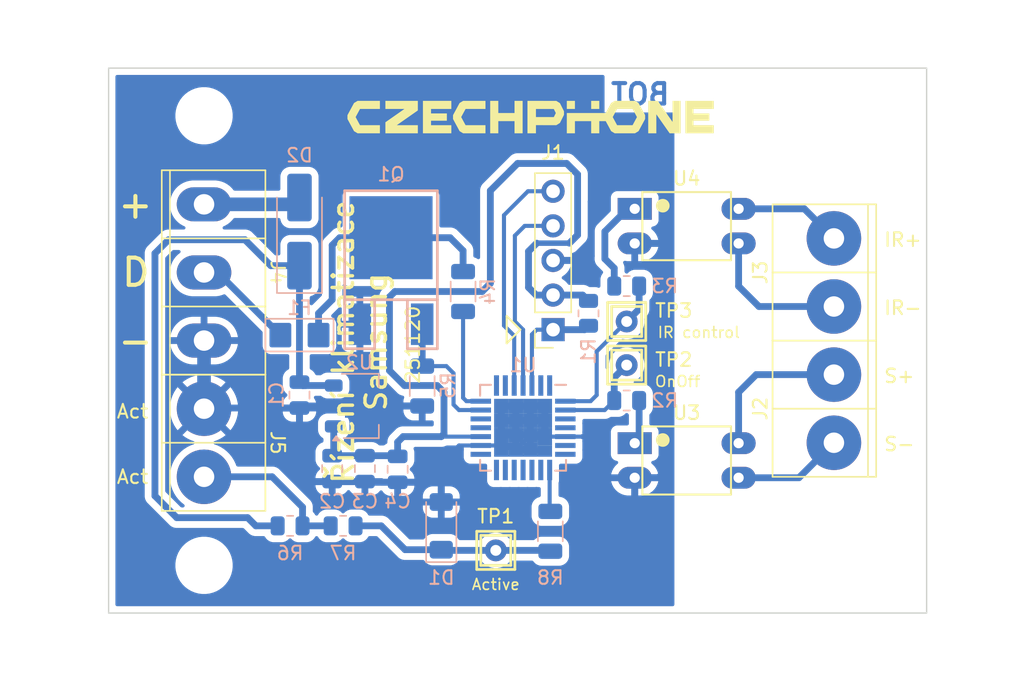
<source format=kicad_pcb>
(kicad_pcb (version 20241229) (generator "pcbnew") (generator_version "9.0")
  (layers (0 "F.Cu" signal) (2 "B.Cu" signal) (13 "F.Paste" user) (15 "B.Paste" user) (5 "F.SilkS" user "F.Silkscreen") (7 "B.SilkS" user "B.Silkscreen") (1 "F.Mask" user) (3 "B.Mask" user) (25 "Edge.Cuts" user))
  (net 0 "")
  (net 1 "+15V")
  (net 2 "GND")
  (net 3 "VCC")
  (net 4 "Active")
  (net 5 "Net-(D2-A)")
  (net 6 "iDum")
  (net 7 "Net-(F1-Pad2)")
  (net 8 "/PGC")
  (net 9 "/PGD")
  (net 10 "/VPP")
  (net 11 "Net-(J2-Pin_2)")
  (net 12 "Net-(J2-Pin_1)")
  (net 13 "Net-(J3-Pin_1)")
  (net 14 "Net-(J3-Pin_2)")
  (net 15 "iDumTx")
  (net 16 "Net-(R2-Pad2)")
  (net 17 "OnOff")
  (net 18 "Net-(R3-Pad2)")
  (net 19 "IR Control")
  (net 20 "iDumRx")
  (net 37 "Net-(TP1-&1)")
  (net 38 "Net-(J5-Pin_2)")
  (footprint "" (layer "F.Cu") (at 106 74.5)
    (property "Reference" "" (at 0 0 0) (layer "F.SilkS") (effects (font (size 1.27 1.27))))
    (property "Value" "")
    (pad "" np_thru_hole circle (at 0 0) (size 3.2 3.2) (drill 3.2) (layers "*.Cu" "*.Mask"))
  )
  (footprint "TerminalBlock_Degson:DG301-5.0-3" (layer "F.Cu") (at 106 48 -90)
    (property "Reference" "J4" (at 5 -5.4 270) (layer "F.SilkS"))
    (property "Value" "ARK500/3")
    (fp_line (start -2.5 3.1) (end 12.5 3.1) (stroke (width 0.12)) (layer "F.SilkS"))
    (fp_line (start 7.5 3.1) (end 7.5 -4.5) (stroke (width 0.12)) (layer "F.SilkS"))
    (fp_line (start 12.5 3.1) (end 12.5 -4.5) (stroke (width 0.12)) (layer "F.SilkS"))
    (fp_line (start -2.5 2.5) (end 12.5 2.5) (stroke (width 0.12)) (layer "F.SilkS"))
    (fp_line (start -2.5 -4.5) (end -2.5 3.1) (stroke (width 0.12)) (layer "F.SilkS"))
    (fp_line (start 2.5 -4.5) (end 2.5 3.1) (stroke (width 0.12)) (layer "F.SilkS"))
    (fp_line (start 12.5 -4.5) (end -2.5 -4.5) (stroke (width 0.12)) (layer "F.SilkS"))
    (pad "1" thru_hole oval (at 0 0 270) (size 2.5 4) (drill 1.5) (layers "*.Cu" "*.Mask") (net 5 "Net-(D2-A)"))
    (pad "2" thru_hole oval (at 5 0 270) (size 2.5 4) (drill 1.5) (layers "*.Cu" "*.Mask") (net 6 "iDum"))
    (pad "3" thru_hole oval (at 10 0 270) (size 2.5 4) (drill 1.5) (layers "*.Cu" "*.Mask") (net 2 "GND"))
  )
  (footprint "M-Diry:Dira3,2mmNTPH" (layer "F.Cu") (at 152 74.5)
    (property "Reference" "Dira3mmNTPH" (hide yes))
    (property "Value" "Val**" (hide yes))
    (pad "" np_thru_hole circle (at 0 0) (size 3.2 3.2) (drill 3.2) (layers "*.Cu" "*.Mask"))
  )
  (footprint "M-Mechan:TP2" (layer "F.Cu") (at 137 56.6)
    (property "Reference" "TP3" (at 2 -0.8 0) (layer "F.SilkS") (effects (justify left)))
    (property "Value" "IR control" (at 2.2 0.8 0) (layer "F.SilkS") (effects (font (size 0.8 0.8) (thickness 0.12)) (justify left)))
    (fp_line (start -1.39954 -1.39954) (end -1.39954 1.39954) (stroke (width 0.20066)) (layer "F.SilkS"))
    (fp_line (start -1.39954 1.39954) (end 1.39954 1.39954) (stroke (width 0.20066)) (layer "F.SilkS"))
    (fp_line (start -1.09982 -1.09982) (end -1.09982 1.09982) (stroke (width 0.20066)) (layer "F.SilkS"))
    (fp_line (start -1.09982 1.09982) (end 1.09982 1.09982) (stroke (width 0.20066)) (layer "F.SilkS"))
    (fp_line (start 1.09982 -1.09982) (end -1.09982 -1.09982) (stroke (width 0.20066)) (layer "F.SilkS"))
    (fp_line (start 1.09982 1.09982) (end 1.09982 -1.09982) (stroke (width 0.20066)) (layer "F.SilkS"))
    (fp_line (start 1.39954 -1.39954) (end -1.39954 -1.39954) (stroke (width 0.20066)) (layer "F.SilkS"))
    (fp_line (start 1.39954 1.39954) (end 1.39954 -1.39954) (stroke (width 0.20066)) (layer "F.SilkS"))
    (pad "1" thru_hole circle (at 0 0) (size 1.6 1.6) (drill 0.8) (layers "*.Cu" "*.Mask") (net 19 "IR Control"))
  )
  (footprint "M-Diry:Dira3,2mmNTPH" (layer "F.Cu") (at 152 41.5)
    (property "Reference" "Dira3mmNTPH" (hide yes))
    (property "Value" "Val**" (hide yes))
    (pad "" np_thru_hole circle (at 0 0) (size 3.2 3.2) (drill 3.2) (layers "*.Cu" "*.Mask"))
  )
  (footprint "TerminalBlock_Degson:DG301-5.0-2-LargePads" (layer "F.Cu") (at 152.2 65.5 90)
    (property "Reference" "J2" (at 2.5 -5.4 90) (layer "F.SilkS"))
    (property "Value" "ARK500/2")
    (fp_line (start 7.5 -4.5) (end -2.5 -4.5) (stroke (width 0.12)) (layer "F.SilkS"))
    (fp_line (start 2.5 -4.5) (end 2.5 3.1) (stroke (width 0.12)) (layer "F.SilkS"))
    (fp_line (start -2.5 -4.5) (end -2.5 3.1) (stroke (width 0.12)) (layer "F.SilkS"))
    (fp_line (start -2.5 2.5) (end 7.5 2.5) (stroke (width 0.12)) (layer "F.SilkS"))
    (fp_line (start 7.5 3.1) (end 7.5 -4.5) (stroke (width 0.12)) (layer "F.SilkS"))
    (fp_line (start -2.5 3.1) (end 7.5 3.1) (stroke (width 0.12)) (layer "F.SilkS"))
    (pad "1" thru_hole circle (at 0 0 90) (size 4 4) (drill 1.5) (layers "*.Cu" "*.Mask") (net 12 "Net-(J2-Pin_1)"))
    (pad "2" thru_hole oval (at 5 0 90) (size 4 4) (drill 1.5) (layers "*.Cu" "*.Mask") (net 11 "Net-(J2-Pin_2)"))
  )
  (footprint "M-Diry:Dira3,2mmNTPH" (layer "F.Cu") (at 106 41.5)
    (property "Reference" "Dira3mmNTPH" (hide yes))
    (property "Value" "Val**" (hide yes))
    (pad "" np_thru_hole circle (at 0 0) (size 3.2 3.2) (drill 3.2) (layers "*.Cu" "*.Mask"))
  )
  (footprint "M-Logo:CzechPhoneNove 2.4mm" (layer "F.Cu") (at 129.4 41.5)
    (property "Reference" "REF**" (hide yes))
    (property "Value" "CzechPhoneNove" (hide yes))
    (fp_poly (pts (xy 3.804288 -0.500001) (xy 3.208976 -0.500001) (xy 3.208976 -1.095285) (xy 3.804288 -1.095285)) (stroke (width -0.000001)) (fill yes) (layer "F.SilkS"))
    (fp_poly (pts (xy 5.590294 -0.500001) (xy 4.994956 -0.500001) (xy 4.994956 -1.095313) (xy 5.590294 -1.095313)) (stroke (width -0.000001)) (fill yes) (layer "F.SilkS"))
    (fp_poly (pts (xy -7.717042 -0.392256) (xy -9.26336 0.690625) (xy -7.717042 0.690625) (xy -7.717042 1.285937) (xy -10.098277 1.285937) (xy -10.098277 0.475728) (xy -8.704645 -0.500001) (xy -10.098277 -0.500001) (xy -10.098277 -1.095285) (xy -7.717042 -1.095285)) (stroke (width -0.000001)) (fill yes) (layer "F.SilkS"))
    (fp_poly (pts (xy 10.965093 0.451316) (xy 10.965093 -1.095285) (xy 11.560377 -1.095285) (xy 11.560377 1.285937) (xy 10.750199 1.285937) (xy 9.774496 -0.107371) (xy 9.774496 1.285937) (xy 9.179157 1.285937) (xy 9.179157 -1.095285) (xy 9.882212 -1.095285)) (stroke (width -0.000001)) (fill yes) (layer "F.SilkS"))
    (fp_poly (pts (xy -5.261341 -0.5) (xy -6.749629 -0.5) (xy -6.749629 -0.17256) (xy -5.588782 -0.17256) (xy -5.588782 0.363198) (xy -6.749629 0.363198) (xy -6.749629 0.690624) (xy -5.261341 0.690624) (xy -5.261341 1.285909) (xy -7.344941 1.285909) (xy -7.344941 -1.095313) (xy -5.261341 -1.095313)) (stroke (width -0.000001)) (fill yes) (layer "F.SilkS"))
    (fp_poly (pts (xy -1.816583 -0.202337) (xy -0.625958 -0.202337) (xy -0.625958 -1.095285) (xy -0.030673 -1.095285) (xy -0.030673 1.285937) (xy -0.625958 1.285937) (xy -0.625958 0.392975) (xy -1.816583 0.392975) (xy -1.816583 1.285937) (xy -2.411895 1.285937) (xy -2.411895 -1.095285) (xy -1.816583 -1.095285)) (stroke (width -0.000001)) (fill yes) (layer "F.SilkS"))
    (fp_poly (pts (xy 13.989095 -0.5) (xy 12.500849 -0.5) (xy 12.500849 -0.17256) (xy 13.661669 -0.17256) (xy 13.661669 0.363226) (xy 12.500849 0.363226) (xy 12.500849 0.690624) (xy 13.989095 0.690624) (xy 13.989095 1.285937) (xy 11.905497 1.285937) (xy 11.905497 -1.095285) (xy 13.989095 -1.095285)) (stroke (width -0.000001)) (fill yes) (layer "F.SilkS"))
    (fp_poly (pts (xy -10.5 -0.5) (xy -11.959443 -0.5) (xy -12.281165 0.095312) (xy -11.959443 0.690624) (xy -10.5 0.690624) (xy -10.5 1.285937) (xy -12.137106 1.285937) (xy -12.399062 1.129664) (xy -12.88125 0.236703) (xy -12.88125 -0.046065) (xy -12.399062 -0.93904) (xy -12.137106 -1.095285) (xy -10.5 -1.095285)) (stroke (width -0.000001)) (fill yes) (layer "F.SilkS"))
    (fp_poly (pts (xy -2.756928 -0.5) (xy -4.216315 -0.5) (xy -4.537769 0.095312) (xy -4.216315 0.690624) (xy -2.756928 0.690624) (xy -2.756928 1.285937) (xy -4.394007 1.285937) (xy -4.655665 1.129664) (xy -5.13815 0.236703) (xy -5.13815 -0.046065) (xy -4.655665 -0.93904) (xy -4.394007 -1.095285) (xy -2.756928 -1.095285)) (stroke (width -0.000001)) (fill yes) (layer "F.SilkS"))
    (fp_poly (pts (xy 0.944691 -1.095002) (xy 2.439516 -1.091727) (xy 2.70503 -0.927138) (xy 3.001775 -0.333576) (xy 3.001775 -0.067498) (xy 2.70503 0.526036) (xy 2.438331 0.690625) (xy 0.944691 0.687363) (xy 0.944691 1.285937) (xy 0.32289 1.285937) (xy 0.32289 0.092361) (xy 0.944408 0.092361) (xy 2.254963 0.09503) (xy 2.402593 -0.20053) (xy 2.25468 -0.496725) (xy 0.944408 -0.499408) (xy 0.944408 0.092361) (xy 0.32289 0.092361) (xy 0.32289 -1.095285)) (stroke (width -0.000001)) (fill yes) (layer "F.SilkS"))
    (fp_poly (pts (xy 8.470917 -0.93904) (xy 8.470918 -0.93904) (xy 8.470919 -0.93904) (xy 8.471511 -0.93904) (xy 8.953728 -0.046065) (xy 8.953728 0.236703) (xy 8.471511 1.129664) (xy 8.209612 1.285937) (xy 6.721337 1.285937) (xy 6.459368 1.129664) (xy 6.061416 0.392975) (xy 5.590226 0.392975) (xy 5.590226 1.285937) (xy 4.994913 1.285937) (xy 4.994913 0.392975) (xy 3.804288 0.392975) (xy 3.804288 1.285937) (xy 3.208976 1.285937) (xy 3.208976 0.095312) (xy 6.576954 0.095312) (xy 6.898408 0.690624) (xy 8.031609 0.690624) (xy 8.353063 0.095312) (xy 8.031609 -0.5) (xy 6.898408 -0.5) (xy 6.576954 0.095312) (xy 3.208976 0.095312) (xy 3.208976 -0.202337) (xy 6.061133 -0.202337) (xy 6.459101 -0.93904) (xy 6.721027 -1.095285) (xy 8.209273 -1.095285)) (stroke (width -0.000001)) (fill yes) (layer "F.SilkS"))
  )
  (footprint "M-Mechan:TP2" (layer "F.Cu") (at 127.4 73.4)
    (property "Reference" "TP1" (at 0 -2.5 0) (layer "F.SilkS"))
    (property "Value" "Active" (at 0 2.5 0) (layer "F.SilkS") (effects (font (size 0.8 0.8) (thickness 0.12))))
    (fp_line (start -1.39954 -1.39954) (end -1.39954 1.39954) (stroke (width 0.20066)) (layer "F.SilkS"))
    (fp_line (start -1.39954 1.39954) (end 1.39954 1.39954) (stroke (width 0.20066)) (layer "F.SilkS"))
    (fp_line (start -1.09982 -1.09982) (end -1.09982 1.09982) (stroke (width 0.20066)) (layer "F.SilkS"))
    (fp_line (start -1.09982 1.09982) (end 1.09982 1.09982) (stroke (width 0.20066)) (layer "F.SilkS"))
    (fp_line (start 1.09982 -1.09982) (end -1.09982 -1.09982) (stroke (width 0.20066)) (layer "F.SilkS"))
    (fp_line (start 1.09982 1.09982) (end 1.09982 -1.09982) (stroke (width 0.20066)) (layer "F.SilkS"))
    (fp_line (start 1.39954 -1.39954) (end -1.39954 -1.39954) (stroke (width 0.20066)) (layer "F.SilkS"))
    (fp_line (start 1.39954 1.39954) (end 1.39954 -1.39954) (stroke (width 0.20066)) (layer "F.SilkS"))
    (pad "1" thru_hole circle (at 0 0) (size 1.6 1.6) (drill 0.8) (layers "*.Cu" "*.Mask") (net 37 "Net-(TP1-&1)"))
  )
  (footprint "M-Mechan:TP2" (layer "F.Cu") (at 137 59.8)
    (property "Reference" "TP2" (at 2 -0.4 0) (layer "F.SilkS") (effects (justify left)))
    (property "Value" "OnOff" (at 2 1.2 0) (layer "F.SilkS") (effects (font (size 0.8 0.8) (thickness 0.12)) (justify left)))
    (fp_line (start -1.39954 -1.39954) (end -1.39954 1.39954) (stroke (width 0.20066)) (layer "F.SilkS"))
    (fp_line (start -1.39954 1.39954) (end 1.39954 1.39954) (stroke (width 0.20066)) (layer "F.SilkS"))
    (fp_line (start -1.09982 -1.09982) (end -1.09982 1.09982) (stroke (width 0.20066)) (layer "F.SilkS"))
    (fp_line (start -1.09982 1.09982) (end 1.09982 1.09982) (stroke (width 0.20066)) (layer "F.SilkS"))
    (fp_line (start 1.09982 -1.09982) (end -1.09982 -1.09982) (stroke (width 0.20066)) (layer "F.SilkS"))
    (fp_line (start 1.09982 1.09982) (end 1.09982 -1.09982) (stroke (width 0.20066)) (layer "F.SilkS"))
    (fp_line (start 1.39954 -1.39954) (end -1.39954 -1.39954) (stroke (width 0.20066)) (layer "F.SilkS"))
    (fp_line (start 1.39954 1.39954) (end 1.39954 -1.39954) (stroke (width 0.20066)) (layer "F.SilkS"))
    (pad "1" thru_hole circle (at 0 0) (size 1.6 1.6) (drill 0.8) (layers "*.Cu" "*.Mask") (net 17 "OnOff"))
  )
  (footprint "Connector_PinSocket_2.54mm:PinSocket_1x05_P2.54mm_Vertical" (layer "F.Cu") (at 131.6 57.2 180)
    (property "Reference" "J1" (at 0 13 0) (layer "F.SilkS"))
    (property "Value" "Dutinková lišta")
    (fp_line (start 1.33 1.27) (end 1.33 11.49) (stroke (width 0.12)) (layer "F.SilkS"))
    (fp_line (start 1.33 -1.33) (end 1.33 0) (stroke (width 0.12)) (layer "F.SilkS"))
    (fp_line (start 0 -1.33) (end 1.33 -1.33) (stroke (width 0.12)) (layer "F.SilkS"))
    (fp_line (start -1.33 11.49) (end 1.33 11.49) (stroke (width 0.12)) (layer "F.SilkS"))
    (fp_line (start -1.33 1.27) (end 1.33 1.27) (stroke (width 0.12)) (layer "F.SilkS"))
    (fp_line (start -1.33 1.27) (end -1.33 11.49) (stroke (width 0.12)) (layer "F.SilkS"))
    (pad "1" thru_hole rect (at 0 0 180) (size 1.7 1.7) (drill 1) (layers "*.Cu" "*.Mask") (net 10 "/VPP"))
    (pad "2" thru_hole oval (at 0 2.54 180) (size 1.7 1.7) (drill 1) (layers "*.Cu" "*.Mask") (net 3 "VCC"))
    (pad "3" thru_hole oval (at 0 5.08 180) (size 1.7 1.7) (drill 1) (layers "*.Cu" "*.Mask") (net 2 "GND"))
    (pad "4" thru_hole oval (at 0 7.62 180) (size 1.7 1.7) (drill 1) (layers "*.Cu" "*.Mask") (net 9 "/PGD"))
    (pad "5" thru_hole oval (at 0 10.16 180) (size 1.7 1.7) (drill 1) (layers "*.Cu" "*.Mask") (net 8 "/PGC"))
  )
  (footprint "M-Opto:PC817" (layer "F.Cu") (at 141.4 66.8 -90)
    (property "Reference" "U3" (at -3.5 0 0) (layer "F.SilkS"))
    (property "Value" "PC817")
    (fp_line (start -2.5 3.25) (end 2.5 3.25) (stroke (width 0.15)) (layer "F.SilkS"))
    (fp_line (start 2.5 3.25) (end 2.5 -3.25) (stroke (width 0.15)) (layer "F.SilkS"))
    (fp_line (start -2.5 -3.25) (end -2.5 3.25) (stroke (width 0.15)) (layer "F.SilkS"))
    (fp_line (start 2.5 -3.25) (end -2.5 -3.25) (stroke (width 0.15)) (layer "F.SilkS"))
    (fp_circle (center -1.5 1.75) (end -1.25 1.75) (stroke (width 0.5)) (fill no) (layer "F.SilkS"))
    (pad "1" thru_hole rect (at -1.27 3.81 270) (size 1.6 2.5) (drill 0.75) (layers "*.Cu" "*.Mask") (net 16 "Net-(R2-Pad2)"))
    (pad "2" thru_hole oval (at 1.27 3.81 270) (size 1.6 2.5) (drill 0.75) (layers "*.Cu" "*.Mask") (net 2 "GND"))
    (pad "3" thru_hole oval (at 1.27 -3.81 270) (size 1.6 2.5) (drill 0.75) (layers "*.Cu" "*.Mask") (net 12 "Net-(J2-Pin_1)"))
    (pad "4" thru_hole oval (at -1.27 -3.81 270) (size 1.6 2.5) (drill 0.75) (layers "*.Cu" "*.Mask") (net 11 "Net-(J2-Pin_2)"))
  )
  (footprint "TerminalBlock_Degson:DG301-5.0-2-LargePads" (layer "F.Cu") (at 152.2 55.5 90)
    (property "Reference" "J3" (at 2.5 -5.4 90) (layer "F.SilkS"))
    (property "Value" "ARK500/2")
    (fp_line (start 7.5 -4.5) (end -2.5 -4.5) (stroke (width 0.12)) (layer "F.SilkS"))
    (fp_line (start 2.5 -4.5) (end 2.5 3.1) (stroke (width 0.12)) (layer "F.SilkS"))
    (fp_line (start -2.5 -4.5) (end -2.5 3.1) (stroke (width 0.12)) (layer "F.SilkS"))
    (fp_line (start -2.5 2.5) (end 7.5 2.5) (stroke (width 0.12)) (layer "F.SilkS"))
    (fp_line (start 7.5 3.1) (end 7.5 -4.5) (stroke (width 0.12)) (layer "F.SilkS"))
    (fp_line (start -2.5 3.1) (end 7.5 3.1) (stroke (width 0.12)) (layer "F.SilkS"))
    (pad "1" thru_hole circle (at 0 0 90) (size 4 4) (drill 1.5) (layers "*.Cu" "*.Mask") (net 13 "Net-(J3-Pin_1)"))
    (pad "2" thru_hole oval (at 5 0 90) (size 4 4) (drill 1.5) (layers "*.Cu" "*.Mask") (net 14 "Net-(J3-Pin_2)"))
  )
  (footprint "TerminalBlock_Degson:DG301-5.0-2-LargePads" (layer "F.Cu") (at 106 63 -90)
    (property "Reference" "J5" (at 2.5 -5.4 270) (layer "F.SilkS"))
    (property "Value" "ARK500/2")
    (fp_line (start -2.5 3.1) (end 7.5 3.1) (stroke (width 0.12)) (layer "F.SilkS"))
    (fp_line (start 7.5 3.1) (end 7.5 -4.5) (stroke (width 0.12)) (layer "F.SilkS"))
    (fp_line (start -2.5 2.5) (end 7.5 2.5) (stroke (width 0.12)) (layer "F.SilkS"))
    (fp_line (start -2.5 -4.5) (end -2.5 3.1) (stroke (width 0.12)) (layer "F.SilkS"))
    (fp_line (start 2.5 -4.5) (end 2.5 3.1) (stroke (width 0.12)) (layer "F.SilkS"))
    (fp_line (start 7.5 -4.5) (end -2.5 -4.5) (stroke (width 0.12)) (layer "F.SilkS"))
    (pad "1" thru_hole circle (at 0 0 270) (size 4 4) (drill 1.5) (layers "*.Cu" "*.Mask") (net 2 "GND"))
    (pad "2" thru_hole oval (at 5 0 270) (size 4 4) (drill 1.5) (layers "*.Cu" "*.Mask") (net 38 "Net-(J5-Pin_2)"))
  )
  (footprint "M-Opto:PC817" (layer "F.Cu") (at 141.4 49.6 -90)
    (property "Reference" "U4" (at -3.5 0 0) (layer "F.SilkS"))
    (property "Value" "PC817")
    (fp_line (start -2.5 3.25) (end 2.5 3.25) (stroke (width 0.15)) (layer "F.SilkS"))
    (fp_line (start 2.5 3.25) (end 2.5 -3.25) (stroke (width 0.15)) (layer "F.SilkS"))
    (fp_line (start -2.5 -3.25) (end -2.5 3.25) (stroke (width 0.15)) (layer "F.SilkS"))
    (fp_line (start 2.5 -3.25) (end -2.5 -3.25) (stroke (width 0.15)) (layer "F.SilkS"))
    (fp_circle (center -1.5 1.75) (end -1.25 1.75) (stroke (width 0.5)) (fill no) (layer "F.SilkS"))
    (pad "1" thru_hole rect (at -1.27 3.81 270) (size 1.6 2.5) (drill 0.75) (layers "*.Cu" "*.Mask") (net 18 "Net-(R3-Pad2)"))
    (pad "2" thru_hole oval (at 1.27 3.81 270) (size 1.6 2.5) (drill 0.75) (layers "*.Cu" "*.Mask") (net 2 "GND"))
    (pad "3" thru_hole oval (at 1.27 -3.81 270) (size 1.6 2.5) (drill 0.75) (layers "*.Cu" "*.Mask") (net 13 "Net-(J3-Pin_1)"))
    (pad "4" thru_hole oval (at -1.27 -3.81 270) (size 1.6 2.5) (drill 0.75) (layers "*.Cu" "*.Mask") (net 14 "Net-(J3-Pin_2)"))
  )
  (footprint "Resistor_SMD:R_0805_2012Metric" (layer "B.Cu") (at 116.2 71.6 180)
    (property "Reference" "R7" (at 0 -2 0) (layer "B.SilkS") (effects (justify mirror)))
    (property "Value" "4k7")
    (fp_line (start -0.227064 0.735) (end 0.227064 0.735) (stroke (width 0.12)) (layer "B.SilkS"))
    (fp_line (start -0.227064 -0.735) (end 0.227064 -0.735) (stroke (width 0.12)) (layer "B.SilkS"))
    (pad "1" smd roundrect (at -0.9125 0 180) (size 1.025 1.4) (layers "B.Cu" "B.Mask" "B.Paste") (roundrect_rratio 0.243902) (net 37 "Net-(TP1-&1)"))
    (pad "2" smd roundrect (at 0.9125 0 180) (size 1.025 1.4) (layers "B.Cu" "B.Mask" "B.Paste") (roundrect_rratio 0.243902) (net 38 "Net-(J5-Pin_2)"))
  )
  (footprint "Package_TO_SOT_SMD:SOT-89-3" (layer "B.Cu") (at 117.4625 62.8)
    (property "Reference" "U2" (at -0.0625 -3.2 0) (layer "B.SilkS") (effects (justify mirror)))
    (property "Value" "MCP1804x-5002xMB")
    (fp_line (start -1.22 2.36) (end 1.36 2.36) (stroke (width 0.12)) (layer "B.SilkS"))
    (fp_line (start 1.36 -2.36) (end -1.36 -2.36) (stroke (width 0.12)) (layer "B.SilkS"))
    (fp_line (start 1.36 -1.38) (end 1.36 -2.36) (stroke (width 0.12)) (layer "B.SilkS"))
    (fp_line (start 1.36 1.38) (end 1.36 2.36) (stroke (width 0.12)) (layer "B.SilkS"))
    (fp_poly (pts (xy -1.77 2.21) (xy -2.01 2.54) (xy -1.53 2.54) (xy -1.77 2.21)) (stroke (width 0.12)) (fill yes) (layer "B.SilkS"))
    (pad "1" smd roundrect (at -1.95 1.5) (size 1.3 0.9) (layers "B.Cu" "B.Mask" "B.Paste") (net 3 "VCC"))
    (pad "2" smd custom (at -1.8625 0) (size 1.475 0.9) (layers "B.Cu" "B.Mask" "B.Paste") (net 2 "GND") (options (clearance outline) (anchor rect)) (primitives (gr_poly (pts (xy 3.8625 -0.8665) (xy 0.7375 -0.8665) (xy 0.7375 0.8665) (xy 3.8625 0.8665)) (width 0) (fill yes))))
    (pad "3" smd roundrect (at -1.95 -1.5) (size 1.3 0.9) (layers "B.Cu" "B.Mask" "B.Paste") (net 1 "+15V"))
  )
  (footprint "Resistor_SMD:R_1206_3216Metric" (layer "B.Cu") (at 131.4 72 -90)
    (property "Reference" "R8" (at 3.4 0 180) (layer "B.SilkS") (effects (justify mirror)))
    (property "Value" "0R")
    (fp_line (start -0.727064 0.91) (end 0.727064 0.91) (stroke (width 0.12)) (layer "B.SilkS"))
    (fp_line (start -0.727064 -0.91) (end 0.727064 -0.91) (stroke (width 0.12)) (layer "B.SilkS"))
    (pad "1" smd roundrect (at -1.4625 0 270) (size 1.125 1.75) (layers "B.Cu" "B.Mask" "B.Paste") (roundrect_rratio 0.222222) (net 4 "Active"))
    (pad "2" smd roundrect (at 1.4625 0 270) (size 1.125 1.75) (layers "B.Cu" "B.Mask" "B.Paste") (roundrect_rratio 0.222222) (net 37 "Net-(TP1-&1)"))
  )
  (footprint "Capacitor_SMD:C_0805_2012Metric" (layer "B.Cu") (at 115.4 67.4 -90)
    (property "Reference" "C2" (at 2.4 0 180) (layer "B.SilkS") (effects (justify mirror)))
    (property "Value" "1u/25V")
    (fp_line (start -0.261252 0.735) (end 0.261252 0.735) (stroke (width 0.12)) (layer "B.SilkS"))
    (fp_line (start -0.261252 -0.735) (end 0.261252 -0.735) (stroke (width 0.12)) (layer "B.SilkS"))
    (pad "1" smd roundrect (at -0.95 0 270) (size 1 1.45) (layers "B.Cu" "B.Mask" "B.Paste") (net 3 "VCC"))
    (pad "2" smd roundrect (at 0.95 0 270) (size 1 1.45) (layers "B.Cu" "B.Mask" "B.Paste") (net 2 "GND"))
  )
  (footprint "Diode_SMD:D_SMA_Handsoldering" (layer "B.Cu") (at 113 50 90)
    (property "Reference" "D2" (at 5.6 0 180) (layer "B.SilkS") (effects (justify mirror)))
    (property "Value" "SK36A")
    (fp_line (start -4.51 -1.65) (end 2.5 -1.65) (stroke (width 0.12)) (layer "B.SilkS"))
    (fp_line (start -4.51 1.65) (end -4.51 -1.65) (stroke (width 0.12)) (layer "B.SilkS"))
    (fp_line (start -4.51 1.65) (end 2.5 1.65) (stroke (width 0.12)) (layer "B.SilkS"))
    (pad "1" smd roundrect (at -2.5 0 90) (size 3.5 1.8) (layers "B.Cu" "B.Mask" "B.Paste") (roundrect_rratio 0.1388888889) (net 1 "+15V"))
    (pad "2" smd roundrect (at 2.5 0 90) (size 3.5 1.8) (layers "B.Cu" "B.Mask" "B.Paste") (roundrect_rratio 0.1388888889) (net 5 "Net-(D2-A)"))
  )
  (footprint "Resistor_SMD:R_0805_2012Metric" (layer "B.Cu") (at 137 62.4)
    (property "Reference" "R2" (at 2.8 0 0) (layer "B.SilkS") (effects (justify mirror)))
    (property "Value" "330R")
    (fp_line (start -0.227064 -0.735) (end 0.227064 -0.735) (stroke (width 0.12)) (layer "B.SilkS"))
    (fp_line (start -0.227064 0.735) (end 0.227064 0.735) (stroke (width 0.12)) (layer "B.SilkS"))
    (pad "1" smd roundrect (at -0.9125 0) (size 1.025 1.4) (layers "B.Cu" "B.Mask" "B.Paste") (roundrect_rratio 0.243902) (net 17 "OnOff"))
    (pad "2" smd roundrect (at 0.9125 0) (size 1.025 1.4) (layers "B.Cu" "B.Mask" "B.Paste") (roundrect_rratio 0.243902) (net 16 "Net-(R2-Pad2)"))
  )
  (footprint "Fuse:PTC_SMD1206" (layer "B.Cu") (at 113 57.6 180)
    (property "Reference" "F1" (at 0 2 0) (layer "B.SilkS") (effects (justify mirror)))
    (property "Value" "SN20-30")
    (fp_rect (start -2.5 1.2) (end 2.5 -1.2) (stroke (width 0.12)) (fill no) (layer "B.SilkS"))
    (pad "1" smd roundrect (at 1.4 0 180) (size 1.6 1.8) (layers "B.Cu" "B.Mask" "B.Paste") (roundrect_rratio 0.1) (net 6 "iDum"))
    (pad "2" smd roundrect (at -1.4 0 180) (size 1.6 1.8) (layers "B.Cu" "B.Mask" "B.Paste") (roundrect_rratio 0.1) (net 7 "Net-(F1-Pad2)"))
  )
  (footprint "Capacitor_SMD:C_0805_2012Metric" (layer "B.Cu") (at 117.8 67.4 -90)
    (property "Reference" "C3" (at 2.4 0 180) (layer "B.SilkS") (effects (justify mirror)))
    (property "Value" "10u")
    (fp_line (start -0.261252 0.735) (end 0.261252 0.735) (stroke (width 0.12)) (layer "B.SilkS"))
    (fp_line (start -0.261252 -0.735) (end 0.261252 -0.735) (stroke (width 0.12)) (layer "B.SilkS"))
    (pad "1" smd roundrect (at -0.95 0 270) (size 1 1.45) (layers "B.Cu" "B.Mask" "B.Paste") (net 3 "VCC"))
    (pad "2" smd roundrect (at 0.95 0 270) (size 1 1.45) (layers "B.Cu" "B.Mask" "B.Paste") (net 2 "GND"))
  )
  (footprint "Resistor_SMD:R_0805_2012Metric" (layer "B.Cu") (at 112.3125 71.6)
    (property "Reference" "R6" (at 0 2 0) (layer "B.SilkS") (effects (justify mirror)))
    (property "Value" "4k7")
    (fp_line (start -0.227064 -0.735) (end 0.227064 -0.735) (stroke (width 0.12)) (layer "B.SilkS"))
    (fp_line (start -0.227064 0.735) (end 0.227064 0.735) (stroke (width 0.12)) (layer "B.SilkS"))
    (pad "1" smd roundrect (at -0.9125 0) (size 1.025 1.4) (layers "B.Cu" "B.Mask" "B.Paste") (roundrect_rratio 0.243902) (net 1 "+15V"))
    (pad "2" smd roundrect (at 0.9125 0) (size 1.025 1.4) (layers "B.Cu" "B.Mask" "B.Paste") (roundrect_rratio 0.243902) (net 38 "Net-(J5-Pin_2)"))
  )
  (footprint "Diode_SMD:D_MiniMELF" (layer "B.Cu") (at 123.4 71.6 90)
    (property "Reference" "D1" (at -3.8 0 180) (layer "B.SilkS") (effects (justify mirror)))
    (property "Value" "4V7")
    (fp_line (start -2.66 -1.11) (end 1.75 -1.11) (stroke (width 0.12)) (layer "B.SilkS"))
    (fp_line (start 1.75 1.11) (end -2.66 1.11) (stroke (width 0.12)) (layer "B.SilkS"))
    (fp_line (start -2.66 1.11) (end -2.66 -1.11) (stroke (width 0.12)) (layer "B.SilkS"))
    (pad "1" smd roundrect (at -1.75 0 90) (size 1.3 1.7) (layers "B.Cu" "B.Mask" "B.Paste") (roundrect_rratio 0.1923076923) (net 37 "Net-(TP1-&1)"))
    (pad "2" smd roundrect (at 1.75 0 90) (size 1.3 1.7) (layers "B.Cu" "B.Mask" "B.Paste") (roundrect_rratio 0.1923076923) (net 2 "GND"))
  )
  (footprint "Capacitor_SMD:C_0805_2012Metric" (layer "B.Cu") (at 120.2 67.45 -90)
    (property "Reference" "C4" (at 2.35 0 180) (layer "B.SilkS") (effects (justify mirror)))
    (property "Value" "10u")
    (fp_line (start -0.261252 0.735) (end 0.261252 0.735) (stroke (width 0.12)) (layer "B.SilkS"))
    (fp_line (start -0.261252 -0.735) (end 0.261252 -0.735) (stroke (width 0.12)) (layer "B.SilkS"))
    (pad "1" smd roundrect (at -0.95 0 270) (size 1 1.45) (layers "B.Cu" "B.Mask" "B.Paste") (net 3 "VCC"))
    (pad "2" smd roundrect (at 0.95 0 270) (size 1 1.45) (layers "B.Cu" "B.Mask" "B.Paste") (net 2 "GND"))
  )
  (footprint "Package_DFN_QFN:QFN-PIC18F27K40" (layer "B.Cu") (at 129.4 64.4 180)
    (property "Reference" "U1" (at 0 4.6 0) (layer "B.SilkS") (effects (justify mirror)))
    (property "Value" "PIC18F27K40-QFN")
    (fp_line (start 3.15 3.15) (end 3.15 2.36) (stroke (width 0.15)) (layer "B.SilkS"))
    (fp_line (start 3.15 3.15) (end 2.36 3.15) (stroke (width 0.15)) (layer "B.SilkS"))
    (fp_line (start 3.15 -3.15) (end 3.15 -2.36) (stroke (width 0.15)) (layer "B.SilkS"))
    (fp_line (start 3.15 -3.15) (end 2.36 -3.15) (stroke (width 0.15)) (layer "B.SilkS"))
    (fp_line (start -3.15 3.15) (end -2.36 3.15) (stroke (width 0.15)) (layer "B.SilkS"))
    (fp_line (start -3.15 -3.15) (end -2.36 -3.15) (stroke (width 0.15)) (layer "B.SilkS"))
    (fp_line (start -3.15 -3.15) (end -3.15 -2.36) (stroke (width 0.15)) (layer "B.SilkS"))
    (pad "1" smd rect (at -3.1 1.95 180) (size 1.5 0.37) (layers "B.Cu" "B.Mask" "B.Paste") (net 19 "IR Control"))
    (pad "2" smd rect (at -3.1 1.3 180) (size 1.5 0.37) (layers "B.Cu" "B.Mask" "B.Paste") (net 17 "OnOff"))
    (pad "3" smd rect (at -3.1 0.65 180) (size 1.5 0.37) (layers "B.Cu" "B.Mask" "B.Paste"))
    (pad "4" smd rect (at -3.1 0 180) (size 1.5 0.37) (layers "B.Cu" "B.Mask" "B.Paste"))
    (pad "5" smd rect (at -3.1 -0.65 180) (size 1.5 0.37) (layers "B.Cu" "B.Mask" "B.Paste") (net 2 "GND"))
    (pad "6" smd rect (at -3.1 -1.3 180) (size 1.5 0.37) (layers "B.Cu" "B.Mask" "B.Paste"))
    (pad "7" smd rect (at -3.1 -1.95 180) (size 1.5 0.37) (layers "B.Cu" "B.Mask" "B.Paste"))
    (pad "8" smd rect (at -1.95 -3.1 90) (size 1.5 0.37) (layers "B.Cu" "B.Mask" "B.Paste") (net 4 "Active"))
    (pad "9" smd rect (at -1.3 -3.1 90) (size 1.5 0.37) (layers "B.Cu" "B.Mask" "B.Paste"))
    (pad "10" smd rect (at -0.65 -3.1 90) (size 1.5 0.37) (layers "B.Cu" "B.Mask" "B.Paste"))
    (pad "11" smd rect (at 0 -3.1 90) (size 1.5 0.37) (layers "B.Cu" "B.Mask" "B.Paste"))
    (pad "12" smd rect (at 0.65 -3.1 90) (size 1.5 0.37) (layers "B.Cu" "B.Mask" "B.Paste"))
    (pad "13" smd rect (at 1.3 -3.1 90) (size 1.5 0.37) (layers "B.Cu" "B.Mask" "B.Paste"))
    (pad "14" smd rect (at 1.95 -3.1 90) (size 1.5 0.37) (layers "B.Cu" "B.Mask" "B.Paste"))
    (pad "15" smd rect (at 3.1 -1.95 180) (size 1.5 0.37) (layers "B.Cu" "B.Mask" "B.Paste"))
    (pad "16" smd rect (at 3.1 -1.3 180) (size 1.5 0.37) (layers "B.Cu" "B.Mask" "B.Paste") (net 2 "GND"))
    (pad "17" smd rect (at 3.1 -0.65 180) (size 1.5 0.37) (layers "B.Cu" "B.Mask" "B.Paste") (net 3 "VCC"))
    (pad "18" smd rect (at 3.1 0 180) (size 1.5 0.37) (layers "B.Cu" "B.Mask" "B.Paste"))
    (pad "19" smd rect (at 3.1 0.65 180) (size 1.5 0.37) (layers "B.Cu" "B.Mask" "B.Paste"))
    (pad "20" smd rect (at 3.1 1.3 180) (size 1.5 0.37) (layers "B.Cu" "B.Mask" "B.Paste") (net 15 "iDumTx"))
    (pad "21" smd rect (at 3.1 1.95 180) (size 1.5 0.37) (layers "B.Cu" "B.Mask" "B.Paste") (net 20 "iDumRx"))
    (pad "22" smd rect (at 1.95 3.1 90) (size 1.5 0.37) (layers "B.Cu" "B.Mask" "B.Paste"))
    (pad "23" smd rect (at 1.3 3.1 90) (size 1.5 0.37) (layers "B.Cu" "B.Mask" "B.Paste"))
    (pad "24" smd rect (at 0.65 3.1 90) (size 1.5 0.37) (layers "B.Cu" "B.Mask" "B.Paste") (net 8 "/PGC"))
    (pad "25" smd rect (at 0 3.1 90) (size 1.5 0.37) (layers "B.Cu" "B.Mask" "B.Paste") (net 9 "/PGD"))
    (pad "26" smd rect (at -0.65 3.1 90) (size 1.5 0.37) (layers "B.Cu" "B.Mask" "B.Paste") (net 10 "/VPP"))
    (pad "27" smd rect (at -1.3 3.1 90) (size 1.5 0.37) (layers "B.Cu" "B.Mask" "B.Paste"))
    (pad "28" smd rect (at -1.95 3.1 90) (size 1.5 0.37) (layers "B.Cu" "B.Mask" "B.Paste"))
    (pad "29" smd rect (at -1.59375 -1.71 180) (size 1.0625 0.83) (layers "B.Cu" "B.Mask") (net 2 "GND"))
    (pad "29" smd rect (at -1.59375 -0.65 180) (size 1.0625 1.3) (layers "B.Cu") (net 2 "GND"))
    (pad "29" smd rect (at -1.59375 0.53125 180) (size 1.0625 1.0625) (layers "B.Cu" "B.Mask" "B.Paste") (net 2 "GND"))
    (pad "29" smd rect (at -1.59375 1.59375 180) (size 1.0625 1.0625) (layers "B.Cu" "B.Mask" "B.Paste") (net 2 "GND"))
    (pad "29" smd rect (at -0.53125 -1.59375 180) (size 1.0625 1.0625) (layers "B.Cu" "B.Mask" "B.Paste") (net 2 "GND"))
    (pad "29" smd rect (at -0.53125 -0.53125 180) (size 1.0625 1.0625) (layers "B.Cu" "B.Mask" "B.Paste") (net 2 "GND"))
    (pad "29" smd rect (at -0.53125 0.53125 180) (size 1.0625 1.0625) (layers "B.Cu" "B.Mask" "B.Paste") (net 2 "GND"))
    (pad "29" smd rect (at -0.53125 1.59375 180) (size 1.0625 1.0625) (layers "B.Cu" "B.Mask" "B.Paste") (net 2 "GND"))
    (pad "29" smd rect (at 0.53125 -1.59375 180) (size 1.0625 1.0625) (layers "B.Cu" "B.Mask" "B.Paste") (net 2 "GND"))
    (pad "29" smd rect (at 0.53125 -0.53125 180) (size 1.0625 1.0625) (layers "B.Cu" "B.Mask" "B.Paste") (net 2 "GND"))
    (pad "29" smd rect (at 0.53125 0.53125 180) (size 1.0625 1.0625) (layers "B.Cu" "B.Mask" "B.Paste") (net 2 "GND"))
    (pad "29" smd rect (at 0.53125 1.59375 180) (size 1.0625 1.0625) (layers "B.Cu" "B.Mask" "B.Paste") (net 2 "GND"))
    (pad "29" smd rect (at 1.59375 -1.375 180) (size 1.0625 1.5) (layers "B.Cu") (net 2 "GND"))
    (pad "29" smd rect (at 1.59375 -0.325 180) (size 1.0625 0.65) (layers "B.Cu" "B.Mask") (net 2 "GND"))
    (pad "29" smd rect (at 1.59375 0.53125 180) (size 1.0625 1.0625) (layers "B.Cu" "B.Mask" "B.Paste") (net 2 "GND"))
    (pad "29" smd rect (at 1.59375 1.59375 180) (size 1.0625 1.0625) (layers "B.Cu" "B.Mask" "B.Paste") (net 2 "GND"))
  )
  (footprint "Capacitor_SMD:C_0805_2012Metric" (layer "B.Cu") (at 113 62 -90)
    (property "Reference" "C1" (at 0 1.68 90) (layer "B.SilkS") (effects (justify mirror)))
    (property "Value" "1u/25V")
    (fp_line (start -0.261252 0.735) (end 0.261252 0.735) (stroke (width 0.12)) (layer "B.SilkS"))
    (fp_line (start -0.261252 -0.735) (end 0.261252 -0.735) (stroke (width 0.12)) (layer "B.SilkS"))
    (pad "1" smd roundrect (at -0.95 0 270) (size 1 1.45) (layers "B.Cu" "B.Mask" "B.Paste") (net 1 "+15V"))
    (pad "2" smd roundrect (at 0.95 0 270) (size 1 1.45) (layers "B.Cu" "B.Mask" "B.Paste") (net 2 "GND"))
  )
  (footprint "Resistor_SMD:R_1206_3216Metric" (layer "B.Cu") (at 125 54.4 90)
    (property "Reference" "R4" (at 0 1.82 270) (layer "B.SilkS") (effects (justify mirror)))
    (property "Value" "100k")
    (fp_line (start -0.727064 -0.91) (end 0.727064 -0.91) (stroke (width 0.12)) (layer "B.SilkS"))
    (fp_line (start -0.727064 0.91) (end 0.727064 0.91) (stroke (width 0.12)) (layer "B.SilkS"))
    (pad "1" smd roundrect (at -1.4625 0 90) (size 1.125 1.75) (layers "B.Cu" "B.Mask" "B.Paste") (roundrect_rratio 0.222222) (net 20 "iDumRx"))
    (pad "2" smd roundrect (at 1.4625 0 90) (size 1.125 1.75) (layers "B.Cu" "B.Mask" "B.Paste") (roundrect_rratio 0.222222) (net 7 "Net-(F1-Pad2)"))
  )
  (footprint "Resistor_SMD:R_1206_3216Metric" (layer "B.Cu") (at 122 61.3375 -90)
    (property "Reference" "R5" (at -0.0375 -1.9 90) (layer "B.SilkS") (effects (justify mirror)))
    (property "Value" "100k")
    (fp_line (start -0.727064 0.91) (end 0.727064 0.91) (stroke (width 0.12)) (layer "B.SilkS"))
    (fp_line (start -0.727064 -0.91) (end 0.727064 -0.91) (stroke (width 0.12)) (layer "B.SilkS"))
    (pad "1" smd roundrect (at -1.4625 0 270) (size 1.125 1.75) (layers "B.Cu" "B.Mask" "B.Paste") (roundrect_rratio 0.222222) (net 15 "iDumTx"))
    (pad "2" smd roundrect (at 1.4625 0 270) (size 1.125 1.75) (layers "B.Cu" "B.Mask" "B.Paste") (roundrect_rratio 0.222222) (net 2 "GND"))
  )
  (footprint "Resistor_SMD:R_0805_2012Metric" (layer "B.Cu") (at 134.2 56 90)
    (property "Reference" "R1" (at -2.8 0 90) (layer "B.SilkS") (effects (justify mirror)))
    (property "Value" "4k7")
    (fp_line (start -0.227064 -0.735) (end 0.227064 -0.735) (stroke (width 0.12)) (layer "B.SilkS"))
    (fp_line (start -0.227064 0.735) (end 0.227064 0.735) (stroke (width 0.12)) (layer "B.SilkS"))
    (pad "1" smd roundrect (at -0.9125 0 90) (size 1.025 1.4) (layers "B.Cu" "B.Mask" "B.Paste") (roundrect_rratio 0.243902) (net 10 "/VPP"))
    (pad "2" smd roundrect (at 0.9125 0 90) (size 1.025 1.4) (layers "B.Cu" "B.Mask" "B.Paste") (roundrect_rratio 0.243902) (net 3 "VCC"))
  )
  (footprint "M-SM:DPAKGDS" (layer "B.Cu") (at 119.714 56.8 180)
    (property "Reference" "Q1" (at 0 11 0) (layer "B.SilkS") (effects (justify mirror)))
    (property "Value" "IRLR024N")
    (fp_line (start 3.4 9.8) (end 3.4 1.8) (stroke (width 0.2)) (layer "B.SilkS"))
    (fp_line (start 3.4 1.8) (end -3.4 1.8) (stroke (width 0.2)) (layer "B.SilkS"))
    (fp_line (start 3.4 -1.8) (end 3.4 1.8) (stroke (width 0.2)) (layer "B.SilkS"))
    (fp_line (start 1.2 1.8) (end 1.2 -1.8) (stroke (width 0.2)) (layer "B.SilkS"))
    (fp_line (start 1.2 -1.8) (end 3.4 -1.8) (stroke (width 0.2)) (layer "B.SilkS"))
    (fp_line (start -1.2 -1.8) (end -1.2 1.8) (stroke (width 0.2)) (layer "B.SilkS"))
    (fp_line (start -3.4 9.8) (end 3.4 9.8) (stroke (width 0.2)) (layer "B.SilkS"))
    (fp_line (start -3.4 1.8) (end -3.4 9.8) (stroke (width 0.2)) (layer "B.SilkS"))
    (fp_line (start -3.4 1.8) (end -3.4 -1.8) (stroke (width 0.2)) (layer "B.SilkS"))
    (fp_line (start -3.4 -1.8) (end -1.2 -1.8) (stroke (width 0.2)) (layer "B.SilkS"))
    (pad "D" smd rect (at 0 6.35 180) (size 6.096 6.096) (layers "B.Cu" "B.Mask" "B.Paste") (net 7 "Net-(F1-Pad2)"))
    (pad "G" smd rect (at -2.286 0 180) (size 1.651 3.048) (layers "B.Cu" "B.Mask" "B.Paste") (net 15 "iDumTx"))
    (pad "S" smd rect (at 2.286 0 180) (size 1.651 3.048) (layers "B.Cu" "B.Mask" "B.Paste") (net 2 "GND"))
  )
  (footprint "Resistor_SMD:R_0805_2012Metric" (layer "B.Cu") (at 137 54 180)
    (property "Reference" "R3" (at -2.8 0 0) (layer "B.SilkS") (effects (justify mirror)))
    (property "Value" "330R")
    (fp_line (start -0.227064 0.735) (end 0.227064 0.735) (stroke (width 0.12)) (layer "B.SilkS"))
    (fp_line (start -0.227064 -0.735) (end 0.227064 -0.735) (stroke (width 0.12)) (layer "B.SilkS"))
    (pad "1" smd roundrect (at -0.9125 0 180) (size 1.025 1.4) (layers "B.Cu" "B.Mask" "B.Paste") (roundrect_rratio 0.243902) (net 19 "IR Control"))
    (pad "2" smd roundrect (at 0.9125 0 180) (size 1.025 1.4) (layers "B.Cu" "B.Mask" "B.Paste") (roundrect_rratio 0.243902) (net 18 "Net-(R3-Pad2)"))
  )
  (gr_line (start 128.2 58.2) (end 128.2 56.2) (stroke (width 0.15)) (layer "F.SilkS"))
  (gr_line (start 129.2 57.2) (end 128.2 56.2) (stroke (width 0.15)) (layer "F.SilkS"))
  (gr_line (start 129.2 57.2) (end 128.2 58.2) (stroke (width 0.15)) (layer "F.SilkS"))
  (gr_rect (start 99 38) (end 159 78) (stroke (width 0.1)) (fill no) (layer "Edge.Cuts"))
  (gr_text "BOT" (at 140.3 40.8 0) (layer "B.Cu") (effects (font (size 1.5 1.5) (thickness 0.3) (bold yes)) (justify left bottom mirror)))
  (gr_text "+" (at 102.4 48 0) (layer "F.SilkS") (effects (font (size 2 2) (thickness 0.3)) (justify right)))
  (gr_text "IR-" (at 155.8 55.6 0) (layer "F.SilkS") (effects (font (size 1 1)) (justify left)))
  (gr_text "Řízení klimatizace\nSamsung" (at 119.5 58.1 90) (layer "F.SilkS") (effects (font (size 1.5 1.5) (thickness 0.25) (bold yes)) (justify bottom)))
  (gr_text "251120" (at 121.9 58.3 90) (layer "F.SilkS") (effects (font (size 1 1)) (justify bottom)))
  (gr_text "IR+" (at 155.8 50.6 0) (layer "F.SilkS") (effects (font (size 1 1)) (justify left)))
  (gr_text "D" (at 102.2 53 0) (layer "F.SilkS") (effects (font (size 2 2) (thickness 0.3)) (justify right)))
  (gr_text "Act" (at 102 63.2 0) (layer "F.SilkS") (effects (font (size 1 1)) (justify right)))
  (gr_text "-" (at 102.4 58 0) (layer "F.SilkS") (effects (font (size 2 2) (thickness 0.3)) (justify right)))
  (gr_text "Act" (at 102 68 0) (layer "F.SilkS") (effects (font (size 1 1)) (justify right)))
  (gr_text "S-" (at 155.8 65.6 0) (layer "F.SilkS") (effects (font (size 1 1)) (justify left)))
  (gr_text "S+" (at 155.8 60.6 0) (layer "F.SilkS") (effects (font (size 1 1)) (justify left)))
  (segment (start 115.5125 61.3) (end 113.25 61.3) (width 0.5) (layer "B.Cu") (net 1))
  (segment (start 109 50.6) (end 110.9 52.5) (width 0.5) (layer "B.Cu") (net 1))
  (segment (start 103.4 50.6) (end 109 50.6) (width 0.5) (layer "B.Cu") (net 1))
  (segment (start 113.25 61.3) (end 113 61.05) (width 0.5) (layer "B.Cu") (net 1))
  (segment (start 102.4 51.6) (end 103.4 50.6) (width 0.5) (layer "B.Cu") (net 1))
  (segment (start 111.4 71.6) (end 109.8 71.6) (width 0.5) (layer "B.Cu") (net 1))
  (segment (start 104 71) (end 102.4 69.4) (width 0.5) (layer "B.Cu") (net 1))
  (segment (start 109.2 71) (end 104 71) (width 0.5) (layer "B.Cu") (net 1))
  (segment (start 110.9 52.5) (end 113 52.5) (width 0.5) (layer "B.Cu") (net 1))
  (segment (start 113 52.5) (end 113 61.05) (width 0.5) (layer "B.Cu") (net 1))
  (segment (start 109.8 71.6) (end 109.2 71) (width 0.5) (layer "B.Cu") (net 1))
  (segment (start 102.4 69.4) (end 102.4 51.6) (width 0.5) (layer "B.Cu") (net 1))
  (segment (start 123.6 66.8) (end 123.6 68.1) (width 0.3) (layer "B.Cu") (net 2))
  (segment (start 140 46.8) (end 140 50.8) (width 0.5) (layer "B.Cu") (net 2))
  (segment (start 140 67.4) (end 139.33 68.07) (width 0.5) (layer "B.Cu") (net 2))
  (segment (start 134.4 47.8) (end 136 46.2) (width 0.5) (layer "B.Cu") (net 2))
  (segment (start 113.75 68.35) (end 113 67.6) (width 0.5) (layer "B.Cu") (net 2))
  (segment (start 137.59 70.81) (end 137.59 68.07) (width 0.5) (layer "B.Cu") (net 2))
  (segment (start 128.575 65.7) (end 128.86875 65.99375) (width 0.3) (layer "B.Cu") (net 2))
  (segment (start 139.93 50.87) (end 140 50.8) (width 0.5) (layer "B.Cu") (net 2))
  (segment (start 137.59 50.87) (end 139.93 50.87) (width 0.5) (layer "B.Cu") (net 2))
  (segment (start 124.7 65.7) (end 123.6 66.8) (width 0.3) (layer "B.Cu") (net 2))
  (segment (start 115.4 68.35) (end 113.75 68.35) (width 0.5) (layer "B.Cu") (net 2))
  (segment (start 122 62.8) (end 115.6 62.8) (width 0.5) (layer "B.Cu") (net 2))
  (segment (start 134.4 51.8) (end 134.4 47.8) (width 0.5) (layer "B.Cu") (net 2))
  (segment (start 120.2 68.4) (end 123.3 68.4) (width 0.5) (layer "B.Cu") (net 2))
  (segment (start 113.15 62.8) (end 113 62.95) (width 0.5) (layer "B.Cu") (net 2))
  (segment (start 117.428 62.572) (end 117.428 56.8) (width 0.5) (layer "B.Cu") (net 2))
  (segment (start 132.5 65.05) (end 134.55 65.05) (width 0.3) (layer "B.Cu") (net 2))
  (segment (start 135.57 68.07) (end 137.59 68.07) (width 0.3) (layer "B.Cu") (net 2))
  (segment (start 126.3 65.7) (end 128.575 65.7) (width 0.3) (layer "B.Cu") (net 2))
  (segment (start 115.6 62.8) (end 113.15 62.8) (width 0.5) (layer "B.Cu") (net 2))
  (segment (start 129.8125 65.05) (end 128.86875 65.99375) (width 0.3) (layer "B.Cu") (net 2))
  (segment (start 117.2 62.8) (end 117.428 62.572) (width 0.5) (layer "B.Cu") (net 2))
  (segment (start 135 65.5) (end 135 67.5) (width 0.3) (layer "B.Cu") (net 2))
  (segment (start 140 50.8) (end 140 67.4) (width 0.5) (layer "B.Cu") (net 2))
  (segment (start 106 58) (end 106 63) (width 1) (layer "B.Cu") (net 2))
  (segment (start 123.4 69.85) (end 127.25 69.85) (width 0.5) (layer "B.Cu") (net 2))
  (segment (start 123.4 68.5) (end 123.3 68.4) (width 0.5) (layer "B.Cu") (net 2))
  (segment (start 123.4 69.85) (end 123.4 68.5) (width 0.5) (layer "B.Cu") (net 2))
  (segment (start 106.05 62.95) (end 106 63) (width 0.5) (layer "B.Cu") (net 2))
  (segment (start 135 67.5) (end 135.57 68.07) (width 0.3) (layer "B.Cu") (net 2))
  (segment (start 136.4 72) (end 137.59 70.81) (width 0.5) (layer "B.Cu") (net 2))
  (segment (start 134.55 65.05) (end 135 65.5) (width 0.3) (layer "B.Cu") (net 2))
  (segment (start 115.4 68.35) (end 117.8 68.35) (width 0.5) (layer "B.Cu") (net 2))
  (segment (start 113 67.6) (end 113 62.95) (width 0.5) (layer "B.Cu") (net 2))
  (segment (start 132.5 65.05) (end 129.8125 65.05) (width 0.3) (layer "B.Cu") (net 2))
  (segment (start 131.6 52.12) (end 134.08 52.12) (width 0.5) (layer "B.Cu") (net 2))
  (segment (start 115.6 62.8) (end 117.2 62.8) (width 0.5) (layer "B.Cu") (net 2))
  (segment (start 117.85 68.4) (end 117.8 68.35) (width 0.5) (layer "B.Cu") (net 2))
  (segment (start 113 62.95) (end 106.05 62.95) (width 0.5) (layer "B.Cu") (net 2))
  (segment (start 120.2 68.4) (end 117.85 68.4) (width 0.5) (layer "B.Cu") (net 2))
  (segment (start 139.33 68.07) (end 137.59 68.07) (width 0.5) (layer "B.Cu") (net 2))
  (segment (start 127.25 69.85) (end 129.4 72) (width 0.5) (layer "B.Cu") (net 2))
  (segment (start 134.08 52.12) (end 134.4 51.8) (width 0.5) (layer "B.Cu") (net 2))
  (segment (start 123.3 68.4) (end 123.6 68.1) (width 0.5) (layer "B.Cu") (net 2))
  (segment (start 136 46.2) (end 139.4 46.2) (width 0.5) (layer "B.Cu") (net 2))
  (segment (start 139.4 46.2) (end 140 46.8) (width 0.5) (layer "B.Cu") (net 2))
  (segment (start 126.3 65.7) (end 124.7 65.7) (width 0.3) (layer "B.Cu") (net 2))
  (segment (start 129.4 72) (end 136.4 72) (width 0.5) (layer "B.Cu") (net 2))
  (segment (start 123.1 61.3) (end 120.7 61.3) (width 0.5) (layer "B.Cu") (net 3))
  (segment (start 117.8 66.45) (end 120.15 66.45) (width 0.5) (layer "B.Cu") (net 3))
  (segment (start 123.4 65.05) (end 123.6 64.85) (width 0.5) (layer "B.Cu") (net 3))
  (segment (start 127 47) (end 129 45) (width 0.5) (layer "B.Cu") (net 3))
  (segment (start 115.4 66.45) (end 117.8 66.45) (width 0.5) (layer "B.Cu") (net 3))
  (segment (start 119.6 54.8) (end 120 54.4) (width 0.5) (layer "B.Cu") (net 3))
  (segment (start 129.8 51.45) (end 130.4 50.85) (width 0.5) (layer "B.Cu") (net 3))
  (segment (start 126.4 54.4) (end 127 53.8) (width 0.5) (layer "B.Cu") (net 3))
  (segment (start 120.2 65.45) (end 120.6 65.05) (width 0.5) (layer "B.Cu") (net 3))
  (segment (start 120.6 65.05) (end 123.4 65.05) (width 0.5) (layer "B.Cu") (net 3))
  (segment (start 119.6 60.2) (end 119.6 54.8) (width 0.5) (layer "B.Cu") (net 3))
  (segment (start 133.7725 54.66) (end 134.2 55.0875) (width 0.5) (layer "B.Cu") (net 3))
  (segment (start 120 54.4) (end 126.4 54.4) (width 0.5) (layer "B.Cu") (net 3))
  (segment (start 129 45) (end 132.6 45) (width 0.5) (layer "B.Cu") (net 3))
  (segment (start 131.6 54.66) (end 130.36 54.66) (width 0.5) (layer "B.Cu") (net 3))
  (segment (start 126.3 65.05) (end 123.4 65.05) (width 0.3) (layer "B.Cu") (net 3))
  (segment (start 120.2 66.5) (end 120.2 65.45) (width 0.5) (layer "B.Cu") (net 3))
  (segment (start 133.4 50.25) (end 132.8 50.85) (width 0.5) (layer "B.Cu") (net 3))
  (segment (start 127 53.8) (end 127 47) (width 0.5) (layer "B.Cu") (net 3))
  (segment (start 130.4 50.85) (end 132.8 50.85) (width 0.4) (layer "B.Cu") (net 3))
  (segment (start 133.4 45.8) (end 133.4 50.25) (width 0.5) (layer "B.Cu") (net 3))
  (segment (start 129.8 54.1) (end 130.36 54.66) (width 0.5) (layer "B.Cu") (net 3))
  (segment (start 132.6 45) (end 133.4 45.8) (width 0.5) (layer "B.Cu") (net 3))
  (segment (start 115.5125 64.3) (end 115.5125 66.3375) (width 0.5) (layer "B.Cu") (net 3))
  (segment (start 129.8 54.1) (end 129.8 51.45) (width 0.5) (layer "B.Cu") (net 3))
  (segment (start 123.6 61.8) (end 123.1 61.3) (width 0.5) (layer "B.Cu") (net 3))
  (segment (start 123.6 64.85) (end 123.6 61.8) (width 0.5) (layer "B.Cu") (net 3))
  (segment (start 120.15 66.45) (end 120.2 66.5) (width 0.5) (layer "B.Cu") (net 3))
  (segment (start 115.5125 66.3375) (end 115.4 66.45) (width 0.5) (layer "B.Cu") (net 3))
  (segment (start 120.7 61.3) (end 119.6 60.2) (width 0.5) (layer "B.Cu") (net 3))
  (segment (start 131.6 54.66) (end 133.7725 54.66) (width 0.5) (layer "B.Cu") (net 3))
  (segment (start 131.35 70.4875) (end 131.4 70.5375) (width 0.3) (layer "B.Cu") (net 4))
  (segment (start 131.35 67.5) (end 131.35 70.4875) (width 0.3) (layer "B.Cu") (net 4))
  (segment (start 112.5 48) (end 113 47.5) (width 1) (layer "B.Cu") (net 5))
  (segment (start 106 48) (end 112.5 48) (width 1) (layer "B.Cu") (net 5))
  (segment (start 107 53) (end 111.6 57.6) (width 0.5) (layer "B.Cu") (net 6))
  (segment (start 106 53) (end 107 53) (width 0.5) (layer "B.Cu") (net 6))
  (segment (start 124.05 50.45) (end 119.714 50.45) (width 0.5) (layer "B.Cu") (net 7))
  (segment (start 114.4 56) (end 115.4 55) (width 0.5) (layer "B.Cu") (net 7))
  (segment (start 125 52.9375) (end 125 51.4) (width 0.5) (layer "B.Cu") (net 7))
  (segment (start 125 51.4) (end 124.05 50.45) (width 0.5) (layer "B.Cu") (net 7))
  (segment (start 115.4 55) (end 115.4 51) (width 0.5) (layer "B.Cu") (net 7))
  (segment (start 115.95 50.45) (end 119.714 50.45) (width 0.5) (layer "B.Cu") (net 7))
  (segment (start 114.4 57.6) (end 114.4 56) (width 0.5) (layer "B.Cu") (net 7))
  (segment (start 115.4 51) (end 115.95 50.45) (width 0.5) (layer "B.Cu") (net 7))
  (segment (start 128.75 61.3) (end 128.75 57.65) (width 0.3) (layer "B.Cu") (net 8))
  (segment (start 128 56.9) (end 128 48.8) (width 0.3) (layer "B.Cu") (net 8))
  (segment (start 129.76 47.04) (end 131.6 47.04) (width 0.3) (layer "B.Cu") (net 8))
  (segment (start 128 48.8) (end 129.76 47.04) (width 0.3) (layer "B.Cu") (net 8))
  (segment (start 128.75 57.65) (end 128 56.9) (width 0.3) (layer "B.Cu") (net 8))
  (segment (start 129.52 49.58) (end 131.6 49.58) (width 0.3) (layer "B.Cu") (net 9))
  (segment (start 128.8 50.3) (end 129.52 49.58) (width 0.3) (layer "B.Cu") (net 9))
  (segment (start 128.8 56.6) (end 128.8 50.3) (width 0.3) (layer "B.Cu") (net 9))
  (segment (start 129.4 57.2) (end 128.8 56.6) (width 0.3) (layer "B.Cu") (net 9))
  (segment (start 129.4 61.3) (end 129.4 57.2) (width 0.3) (layer "B.Cu") (net 9))
  (segment (start 133.9125 57.2) (end 134.2 56.9125) (width 0.5) (layer "B.Cu") (net 10))
  (segment (start 130.05 57.55) (end 130.4 57.2) (width 0.3) (layer "B.Cu") (net 10))
  (segment (start 130.4 57.2) (end 131.6 57.2) (width 0.3) (layer "B.Cu") (net 10))
  (segment (start 130.05 61.3) (end 130.05 57.55) (width 0.3) (layer "B.Cu") (net 10))
  (segment (start 131.6 57.2) (end 133.9125 57.2) (width 0.5) (layer "B.Cu") (net 10))
  (segment (start 146.5 60.5) (end 145.21 61.79) (width 0.5) (layer "B.Cu") (net 11))
  (segment (start 152.2 60.5) (end 146.5 60.5) (width 0.5) (layer "B.Cu") (net 11))
  (segment (start 145.21 61.79) (end 145.21 65.53) (width 0.5) (layer "B.Cu") (net 11))
  (segment (start 145.21 68.07) (end 149.63 68.07) (width 0.5) (layer "B.Cu") (net 12))
  (segment (start 149.63 68.07) (end 152.2 65.5) (width 0.5) (layer "B.Cu") (net 12))
  (segment (start 145.21 54.01) (end 145.21 50.87) (width 0.5) (layer "B.Cu") (net 13))
  (segment (start 152.2 55.5) (end 146.7 55.5) (width 0.5) (layer "B.Cu") (net 13))
  (segment (start 146.7 55.5) (end 145.21 54.01) (width 0.5) (layer "B.Cu") (net 13))
  (segment (start 150.03 48.33) (end 152.2 50.5) (width 0.5) (layer "B.Cu") (net 14))
  (segment (start 145.21 48.33) (end 150.03 48.33) (width 0.5) (layer "B.Cu") (net 14))
  (segment (start 124.3 62.7) (end 124.3 60.4) (width 0.3) (layer "B.Cu") (net 15))
  (segment (start 122 59.875) (end 122 56.8) (width 0.5) (layer "B.Cu") (net 15))
  (segment (start 123.775 59.875) (end 122 59.875) (width 0.3) (layer "B.Cu") (net 15))
  (segment (start 124.7 63.1) (end 124.3 62.7) (width 0.3) (layer "B.Cu") (net 15))
  (segment (start 126.3 63.1) (end 124.7 63.1) (width 0.3) (layer "B.Cu") (net 15))
  (segment (start 124.3 60.4) (end 123.775 59.875) (width 0.3) (layer "B.Cu") (net 15))
  (segment (start 137.9125 62.4) (end 137.9125 65.2075) (width 0.5) (layer "B.Cu") (net 16))
  (segment (start 137.9125 65.2075) (end 137.59 65.53) (width 0.5) (layer "B.Cu") (net 16))
  (segment (start 135.3875 63.1) (end 136.0875 62.4) (width 0.3) (layer "B.Cu") (net 17))
  (segment (start 136.0875 62.4) (end 136.0875 60.7125) (width 0.5) (layer "B.Cu") (net 17))
  (segment (start 136.0875 60.7125) (end 137 59.8) (width 0.5) (layer "B.Cu") (net 17))
  (segment (start 132.5 63.1) (end 135.3875 63.1) (width 0.3) (layer "B.Cu") (net 17))
  (segment (start 137.59 48.33) (end 137.07 48.33) (width 0.5) (layer "B.Cu") (net 18))
  (segment (start 136.0875 52.6875) (end 136.0875 54) (width 0.5) (layer "B.Cu") (net 18))
  (segment (start 135.4 50) (end 135.4 52) (width 0.5) (layer "B.Cu") (net 18))
  (segment (start 135.4 52) (end 136.0875 52.6875) (width 0.5) (layer "B.Cu") (net 18))
  (segment (start 137.07 48.33) (end 135.4 50) (width 0.5) (layer "B.Cu") (net 18))
  (segment (start 134.8 58.8) (end 137 56.6) (width 0.3) (layer "B.Cu") (net 19))
  (segment (start 137.9125 54) (end 137.9125 55.6875) (width 0.5) (layer "B.Cu") (net 19))
  (segment (start 132.5 62.45) (end 134.35 62.45) (width 0.3) (layer "B.Cu") (net 19))
  (segment (start 134.35 62.45) (end 134.8 62) (width 0.3) (layer "B.Cu") (net 19))
  (segment (start 134.8 62) (end 134.8 58.8) (width 0.3) (layer "B.Cu") (net 19))
  (segment (start 137.9125 55.6875) (end 137 56.6) (width 0.5) (layer "B.Cu") (net 19))
  (segment (start 125 62.2) (end 125 55.8625) (width 0.3) (layer "B.Cu") (net 20))
  (segment (start 125.25 62.45) (end 125 62.2) (width 0.3) (layer "B.Cu") (net 20))
  (segment (start 126.3 62.45) (end 125.25 62.45) (width 0.3) (layer "B.Cu") (net 20))
  (segment (start 131.3375 73.4) (end 131.4 73.4625) (width 0.5) (layer "B.Cu") (net 37))
  (segment (start 120.75 73.35) (end 119 71.6) (width 0.5) (layer "B.Cu") (net 37))
  (segment (start 119 71.6) (end 117.1125 71.6) (width 0.5) (layer "B.Cu") (net 37))
  (segment (start 123.4 73.35) (end 120.75 73.35) (width 0.5) (layer "B.Cu") (net 37))
  (segment (start 127.4 73.4) (end 123.45 73.4) (width 0.5) (layer "B.Cu") (net 37))
  (segment (start 123.45 73.4) (end 123.4 73.35) (width 0.5) (layer "B.Cu") (net 37))
  (segment (start 127.4 73.4) (end 131.3375 73.4) (width 0.5) (layer "B.Cu") (net 37))
  (segment (start 111 68) (end 113.225 70.225) (width 0.5) (layer "B.Cu") (net 38))
  (segment (start 113.225 71.6) (end 115.2875 71.6) (width 0.5) (layer "B.Cu") (net 38))
  (segment (start 113.225 70.225) (end 113.225 71.6) (width 0.5) (layer "B.Cu") (net 38))
  (segment (start 106 68) (end 111 68) (width 0.5) (layer "B.Cu") (net 38))
  (zone (net 2) (net_name "GND") (layer "B.Cu") (connect_pads (clearance 0.5)) (min_thickness 0.25) (fill yes (thermal_gap 0.5) (thermal_bridge_width 0.5))
    (polygon (pts (xy 99.5 38.5) (xy 140.5 38.5) (xy 140.5 77.5) (xy 99.5 77.5)))
  )
)
</source>
